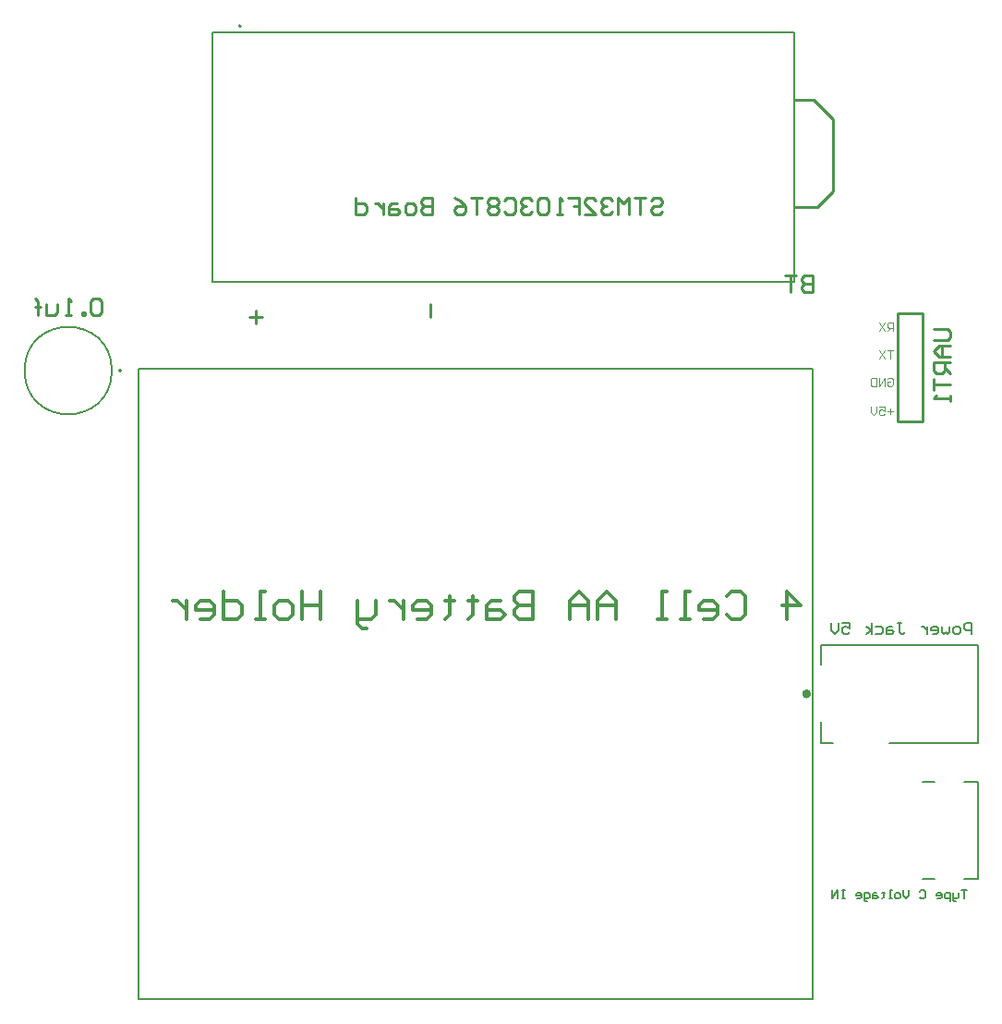
<source format=gbo>
G04*
G04 #@! TF.GenerationSoftware,Altium Limited,Altium Designer,24.0.1 (36)*
G04*
G04 Layer_Color=32896*
%FSLAX25Y25*%
%MOIN*%
G70*
G04*
G04 #@! TF.SameCoordinates,33EB6A70-A770-4DF6-8785-8125C03B2395*
G04*
G04*
G04 #@! TF.FilePolarity,Positive*
G04*
G01*
G75*
%ADD10C,0.00500*%
%ADD11C,0.00787*%
%ADD12C,0.01575*%
%ADD14C,0.01000*%
%ADD15C,0.00600*%
%ADD17C,0.00800*%
%ADD93C,0.00400*%
%ADD94C,0.01200*%
D10*
X41748Y228000D02*
G03*
X41748Y228000I-15748J0D01*
G01*
X354331Y93701D02*
Y129134D01*
X297638D02*
X354331D01*
X297638Y93701D02*
X302165D01*
X297638Y121850D02*
Y129134D01*
X322244Y93701D02*
X354331D01*
X297638D02*
Y101378D01*
X294587Y1378D02*
Y228543D01*
X51279D02*
X294587D01*
X51279Y1378D02*
Y228543D01*
Y1378D02*
X294587D01*
X349410Y79724D02*
X354331D01*
X334449D02*
X338779D01*
X349410Y44528D02*
X354331D01*
X334449D02*
X338779D01*
X354331D02*
Y79724D01*
X78000Y260000D02*
Y350000D01*
Y260000D02*
X288000D01*
Y350000D01*
X78000D02*
X288000D01*
D11*
X45094Y228000D02*
G03*
X45094Y228000I-394J0D01*
G01*
X88394Y352244D02*
G03*
X88394Y352244I-394J0D01*
G01*
D12*
X293307Y111417D02*
G03*
X293307Y111417I-787J0D01*
G01*
D14*
X325500Y209500D02*
X334500D01*
X325500Y248500D02*
X334500D01*
Y209500D02*
Y248500D01*
X325500Y209500D02*
Y248500D01*
X288000Y287000D02*
X296500D01*
X302000Y292500D01*
Y318500D01*
X295000Y325500D02*
X302000Y318500D01*
X288000Y325500D02*
X295000D01*
X93794Y244980D02*
Y249645D01*
X96127Y247313D02*
X91462D01*
X156570Y247480D02*
Y252146D01*
X294697Y262172D02*
Y256173D01*
X291698D01*
X290698Y257173D01*
Y258173D01*
X291698Y259173D01*
X294697D01*
X291698D01*
X290698Y260172D01*
Y261172D01*
X291698Y262172D01*
X294697D01*
X288699D02*
X284700D01*
X286700D01*
Y256173D01*
X338340Y242917D02*
X343338D01*
X344338Y241917D01*
Y239918D01*
X343338Y238918D01*
X338340D01*
X344338Y236919D02*
X340339D01*
X338340Y234920D01*
X340339Y232920D01*
X344338D01*
X341339D01*
Y236919D01*
X344338Y230921D02*
X338340D01*
Y227922D01*
X339339Y226922D01*
X341339D01*
X342338Y227922D01*
Y230921D01*
Y228922D02*
X344338Y226922D01*
X338340Y224923D02*
Y220924D01*
Y222923D01*
X344338D01*
Y218925D02*
Y216926D01*
Y217925D01*
X338340D01*
X339339Y218925D01*
X236523Y289401D02*
X237522Y290401D01*
X239522D01*
X240521Y289401D01*
Y288401D01*
X239522Y287402D01*
X237522D01*
X236523Y286402D01*
Y285402D01*
X237522Y284402D01*
X239522D01*
X240521Y285402D01*
X234523Y290401D02*
X230525D01*
X232524D01*
Y284402D01*
X228525D02*
Y290401D01*
X226526Y288401D01*
X224527Y290401D01*
Y284402D01*
X222527Y289401D02*
X221528Y290401D01*
X219528D01*
X218529Y289401D01*
Y288401D01*
X219528Y287402D01*
X220528D01*
X219528D01*
X218529Y286402D01*
Y285402D01*
X219528Y284402D01*
X221528D01*
X222527Y285402D01*
X212530Y284402D02*
X216529D01*
X212530Y288401D01*
Y289401D01*
X213530Y290401D01*
X215529D01*
X216529Y289401D01*
X206532Y290401D02*
X210531D01*
Y287402D01*
X208532D01*
X210531D01*
Y284402D01*
X204533D02*
X202534D01*
X203533D01*
Y290401D01*
X204533Y289401D01*
X199535D02*
X198535Y290401D01*
X196536D01*
X195536Y289401D01*
Y285402D01*
X196536Y284402D01*
X198535D01*
X199535Y285402D01*
Y289401D01*
X193537D02*
X192537Y290401D01*
X190538D01*
X189538Y289401D01*
Y288401D01*
X190538Y287402D01*
X191537D01*
X190538D01*
X189538Y286402D01*
Y285402D01*
X190538Y284402D01*
X192537D01*
X193537Y285402D01*
X183540Y289401D02*
X184539Y290401D01*
X186539D01*
X187539Y289401D01*
Y285402D01*
X186539Y284402D01*
X184539D01*
X183540Y285402D01*
X181541Y289401D02*
X180541Y290401D01*
X178542D01*
X177542Y289401D01*
Y288401D01*
X178542Y287402D01*
X177542Y286402D01*
Y285402D01*
X178542Y284402D01*
X180541D01*
X181541Y285402D01*
Y286402D01*
X180541Y287402D01*
X181541Y288401D01*
Y289401D01*
X180541Y287402D02*
X178542D01*
X175542Y290401D02*
X171544D01*
X173543D01*
Y284402D01*
X165546Y290401D02*
X167545Y289401D01*
X169544Y287402D01*
Y285402D01*
X168545Y284402D01*
X166545D01*
X165546Y285402D01*
Y286402D01*
X166545Y287402D01*
X169544D01*
X157548Y290401D02*
Y284402D01*
X154549D01*
X153550Y285402D01*
Y286402D01*
X154549Y287402D01*
X157548D01*
X154549D01*
X153550Y288401D01*
Y289401D01*
X154549Y290401D01*
X157548D01*
X150550Y284402D02*
X148551D01*
X147552Y285402D01*
Y287402D01*
X148551Y288401D01*
X150550D01*
X151550Y287402D01*
Y285402D01*
X150550Y284402D01*
X144553Y288401D02*
X142553D01*
X141553Y287402D01*
Y284402D01*
X144553D01*
X145552Y285402D01*
X144553Y286402D01*
X141553D01*
X139554Y288401D02*
Y284402D01*
Y286402D01*
X138554Y287402D01*
X137555Y288401D01*
X136555D01*
X129557Y290401D02*
Y284402D01*
X132556D01*
X133556Y285402D01*
Y287402D01*
X132556Y288401D01*
X129557D01*
X38079Y252885D02*
X37079Y253885D01*
X35080D01*
X34080Y252885D01*
Y248886D01*
X35080Y247887D01*
X37079D01*
X38079Y248886D01*
Y252885D01*
X32081Y247887D02*
Y248886D01*
X31081D01*
Y247887D01*
X32081D01*
X27082D02*
X25083D01*
X26083D01*
Y253885D01*
X27082Y252885D01*
X22084Y251886D02*
Y248886D01*
X21084Y247887D01*
X18085D01*
Y251886D01*
X15086Y247887D02*
Y252885D01*
Y250886D01*
X16086D01*
X14087D01*
X15086D01*
Y252885D01*
X14087Y253885D01*
D15*
X350305Y40582D02*
X348306D01*
X349305D01*
Y37583D01*
X347306Y39582D02*
Y38083D01*
X346806Y37583D01*
X345307D01*
Y37083D01*
X345807Y36583D01*
X346306D01*
X345307Y37583D02*
Y39582D01*
X344307Y36583D02*
Y39582D01*
X342808D01*
X342308Y39083D01*
Y38083D01*
X342808Y37583D01*
X344307D01*
X339809D02*
X340808D01*
X341308Y38083D01*
Y39083D01*
X340808Y39582D01*
X339809D01*
X339309Y39083D01*
Y38583D01*
X341308D01*
X333311Y40082D02*
X333810Y40582D01*
X334810D01*
X335310Y40082D01*
Y38083D01*
X334810Y37583D01*
X333810D01*
X333311Y38083D01*
X329312Y40582D02*
Y38583D01*
X328312Y37583D01*
X327313Y38583D01*
Y40582D01*
X325813Y37583D02*
X324813D01*
X324313Y38083D01*
Y39083D01*
X324813Y39582D01*
X325813D01*
X326313Y39083D01*
Y38083D01*
X325813Y37583D01*
X323314D02*
X322314D01*
X322814D01*
Y40582D01*
X323314D01*
X320315Y40082D02*
Y39582D01*
X320815D01*
X319815D01*
X320315D01*
Y38083D01*
X319815Y37583D01*
X317816Y39582D02*
X316816D01*
X316316Y39083D01*
Y37583D01*
X317816D01*
X318316Y38083D01*
X317816Y38583D01*
X316316D01*
X314317Y36583D02*
X313817D01*
X313317Y37083D01*
Y39582D01*
X314817D01*
X315316Y39083D01*
Y38083D01*
X314817Y37583D01*
X313317D01*
X310818D02*
X311818D01*
X312317Y38083D01*
Y39083D01*
X311818Y39582D01*
X310818D01*
X310318Y39083D01*
Y38583D01*
X312317D01*
X306319Y40582D02*
X305320D01*
X305820D01*
Y37583D01*
X306319D01*
X305320D01*
X303820D02*
Y40582D01*
X301821Y37583D01*
Y40582D01*
D17*
X352097Y133040D02*
Y137039D01*
X350097D01*
X349431Y136372D01*
Y135039D01*
X350097Y134373D01*
X352097D01*
X347432Y133040D02*
X346099D01*
X345432Y133706D01*
Y135039D01*
X346099Y135706D01*
X347432D01*
X348098Y135039D01*
Y133706D01*
X347432Y133040D01*
X344099Y135706D02*
Y133706D01*
X343433Y133040D01*
X342766Y133706D01*
X342100Y133040D01*
X341434Y133706D01*
Y135706D01*
X338101Y133040D02*
X339434D01*
X340101Y133706D01*
Y135039D01*
X339434Y135706D01*
X338101D01*
X337435Y135039D01*
Y134373D01*
X340101D01*
X336102Y135706D02*
Y133040D01*
Y134373D01*
X335436Y135039D01*
X334769Y135706D01*
X334103D01*
X325439Y137039D02*
X326772D01*
X326105D01*
Y133706D01*
X326772Y133040D01*
X327438D01*
X328105Y133706D01*
X323439Y135706D02*
X322107D01*
X321440Y135039D01*
Y133040D01*
X323439D01*
X324106Y133706D01*
X323439Y134373D01*
X321440D01*
X317441Y135706D02*
X319441D01*
X320107Y135039D01*
Y133706D01*
X319441Y133040D01*
X317441D01*
X316108D02*
Y137039D01*
Y134373D02*
X314109Y135706D01*
X316108Y134373D02*
X314109Y133040D01*
X305445Y137039D02*
X308111D01*
Y135039D01*
X306778Y135706D01*
X306112D01*
X305445Y135039D01*
Y133706D01*
X306112Y133040D01*
X307445D01*
X308111Y133706D01*
X304112Y137039D02*
Y134373D01*
X302779Y133040D01*
X301447Y134373D01*
Y137039D01*
D93*
X323601Y213400D02*
X321602D01*
X322602Y214399D02*
Y212400D01*
X318603Y214899D02*
X320602D01*
Y213400D01*
X319603Y213899D01*
X319103D01*
X318603Y213400D01*
Y212400D01*
X319103Y211900D01*
X320103D01*
X320602Y212400D01*
X317603Y214899D02*
Y212900D01*
X316604Y211900D01*
X315604Y212900D01*
Y214899D01*
X323601Y235399D02*
X321601D01*
X322601D01*
Y232399D01*
X320602Y235399D02*
X318602Y232399D01*
Y235399D02*
X320602Y232399D01*
X323601Y242399D02*
Y245398D01*
X322101D01*
X321601Y244899D01*
Y243899D01*
X322101Y243399D01*
X323601D01*
X322601D02*
X321601Y242399D01*
X320602Y245398D02*
X318602Y242399D01*
Y245398D02*
X320602Y242399D01*
X321602Y224899D02*
X322102Y225399D01*
X323101D01*
X323601Y224899D01*
Y222900D01*
X323101Y222400D01*
X322102D01*
X321602Y222900D01*
Y223900D01*
X322602D01*
X320602Y222400D02*
Y225399D01*
X318603Y222400D01*
Y225399D01*
X317603D02*
Y222400D01*
X316104D01*
X315604Y222900D01*
Y224899D01*
X316104Y225399D01*
X317603D01*
D94*
X285464Y138400D02*
Y148397D01*
X290462Y143398D01*
X283798D01*
X263804Y146731D02*
X265470Y148397D01*
X268802D01*
X270468Y146731D01*
Y140066D01*
X268802Y138400D01*
X265470D01*
X263804Y140066D01*
X255473Y138400D02*
X258806D01*
X260472Y140066D01*
Y143398D01*
X258806Y145064D01*
X255473D01*
X253807Y143398D01*
Y141732D01*
X260472D01*
X250475Y138400D02*
X247143D01*
X248809D01*
Y148397D01*
X250475D01*
X242144Y138400D02*
X238812D01*
X240478D01*
Y148397D01*
X242144D01*
X223817Y138400D02*
Y145064D01*
X220485Y148397D01*
X217152Y145064D01*
Y138400D01*
Y143398D01*
X223817D01*
X213820Y138400D02*
Y145064D01*
X210488Y148397D01*
X207156Y145064D01*
Y138400D01*
Y143398D01*
X213820D01*
X193827Y148397D02*
Y138400D01*
X188828D01*
X187162Y140066D01*
Y141732D01*
X188828Y143398D01*
X193827D01*
X188828D01*
X187162Y145064D01*
Y146731D01*
X188828Y148397D01*
X193827D01*
X182164Y145064D02*
X178832D01*
X177165Y143398D01*
Y138400D01*
X182164D01*
X183830Y140066D01*
X182164Y141732D01*
X177165D01*
X172167Y146731D02*
Y145064D01*
X173833D01*
X170501D01*
X172167D01*
Y140066D01*
X170501Y138400D01*
X163836Y146731D02*
Y145064D01*
X165502D01*
X162170D01*
X163836D01*
Y140066D01*
X162170Y138400D01*
X152173D02*
X155506D01*
X157172Y140066D01*
Y143398D01*
X155506Y145064D01*
X152173D01*
X150507Y143398D01*
Y141732D01*
X157172D01*
X147175Y145064D02*
Y138400D01*
Y141732D01*
X145509Y143398D01*
X143843Y145064D01*
X142177D01*
X137178D02*
Y140066D01*
X135512Y138400D01*
X130514D01*
Y136734D01*
X132180Y135068D01*
X133846D01*
X130514Y138400D02*
Y145064D01*
X117185Y148397D02*
Y138400D01*
Y143398D01*
X110520D01*
Y148397D01*
Y138400D01*
X105522D02*
X102190D01*
X100523Y140066D01*
Y143398D01*
X102190Y145064D01*
X105522D01*
X107188Y143398D01*
Y140066D01*
X105522Y138400D01*
X97191D02*
X93859D01*
X95525D01*
Y148397D01*
X97191D01*
X82196D02*
Y138400D01*
X87194D01*
X88861Y140066D01*
Y143398D01*
X87194Y145064D01*
X82196D01*
X73865Y138400D02*
X77198D01*
X78864Y140066D01*
Y143398D01*
X77198Y145064D01*
X73865D01*
X72199Y143398D01*
Y141732D01*
X78864D01*
X68867Y145064D02*
Y138400D01*
Y141732D01*
X67201Y143398D01*
X65535Y145064D01*
X63869D01*
M02*

</source>
